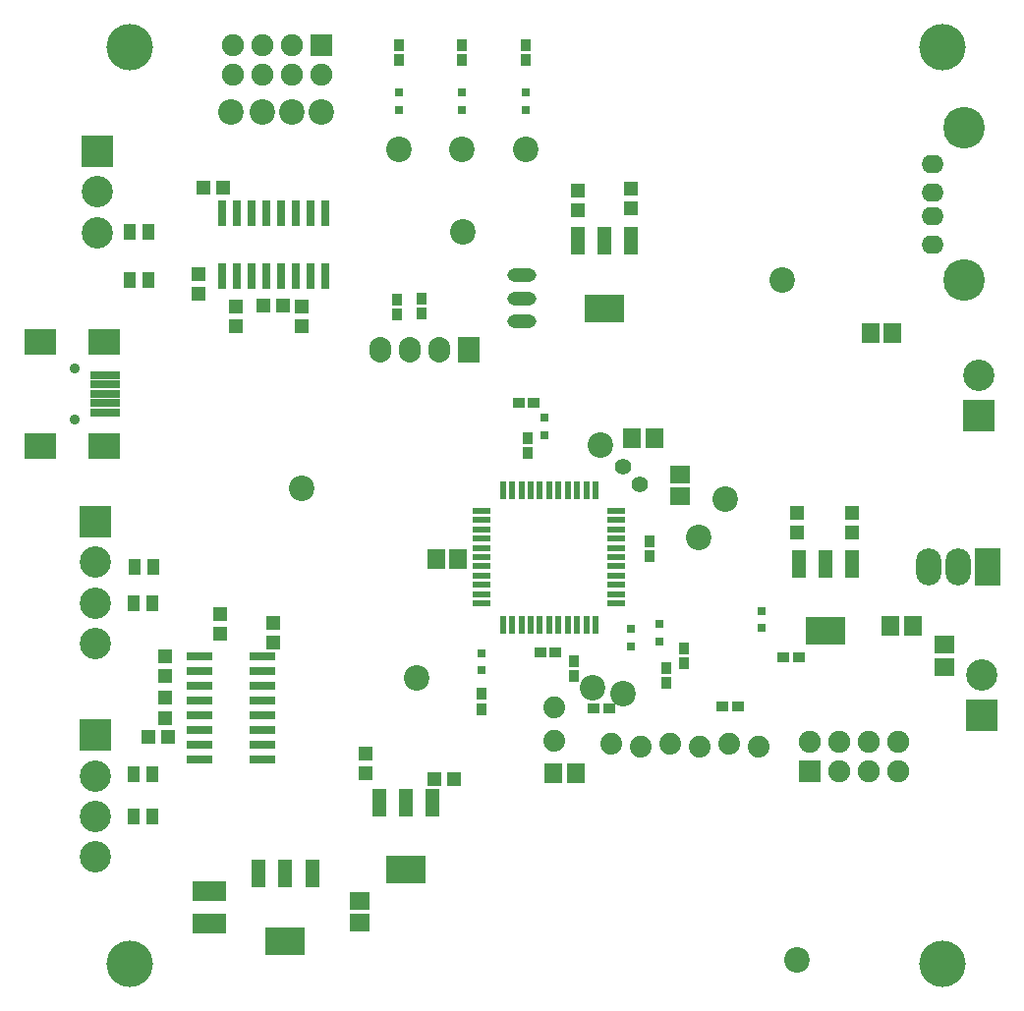
<source format=gts>
G04 DipTrace 3.3.1.3*
G04 Topsidev0.gts*
%MOMM*%
G04 #@! TF.FileFunction,Soldermask,Top*
G04 #@! TF.Part,Single*
%ADD41C,1.8796*%
%ADD47R,0.8X0.8*%
%ADD52R,1.5X0.5*%
%ADD53R,0.5X1.5*%
%ADD61O,2.5X1.2*%
%ADD63O,1.9X1.6*%
%ADD64C,3.586*%
%ADD65C,0.9*%
%ADD66C,4.0*%
%ADD80C,1.4*%
%ADD84O,2.2X3.2*%
%ADD86R,2.2X3.2*%
%ADD88R,3.45X2.35*%
%ADD90R,1.15X2.35*%
%ADD96R,2.2X0.8*%
%ADD98R,0.8X2.2*%
%ADD102R,1.0X1.4*%
%ADD104C,1.9*%
%ADD106R,1.9X1.9*%
%ADD110R,2.7X2.2*%
%ADD112R,2.5X0.7*%
%ADD114R,2.7X2.7*%
%ADD116C,2.7*%
%ADD118R,1.9X2.2*%
%ADD120O,1.9X2.2*%
%ADD122C,2.2*%
%ADD124R,2.9X1.8*%
%ADD126R,1.1X0.9*%
%ADD128R,0.9X1.1*%
%ADD130R,1.7X1.5*%
%ADD132R,1.5X1.7*%
%ADD134R,1.2X1.3*%
%ADD136R,1.3X1.2*%
%FSLAX35Y35*%
G04*
G71*
G90*
G75*
G01*
G04 TopMask*
%LPD*%
D136*
X1333500Y2555873D3*
X1163500D3*
D134*
X2482750Y6267003D3*
Y6097003D3*
X1593750Y6542873D3*
Y6372873D3*
D136*
X2153873Y6272000D3*
X2323873D3*
X1635123Y7286620D3*
X1805123D3*
D134*
X1913873Y6267003D3*
Y6097003D3*
X1301750Y3079750D3*
Y3249750D3*
Y2889250D3*
Y2719250D3*
X2238373Y3540123D3*
Y3370123D3*
D132*
X4651377Y2238373D3*
X4841377D3*
D134*
X1778000Y3444877D3*
Y3614877D3*
D132*
X5518000Y5130000D3*
X5328000D3*
D130*
X5743000Y4625000D3*
Y4815000D3*
D128*
X4429123Y5127627D3*
Y4997627D3*
X5475373Y4240123D3*
Y4110123D3*
D126*
X4540250Y3286123D3*
X4670250D3*
D132*
X3828000Y4090000D3*
X3638000D3*
D130*
X8016873Y3159127D3*
Y3349127D3*
D132*
X7747000Y3508373D3*
X7557000D3*
D136*
X3628000Y2190000D3*
X3798000D3*
D134*
X7223123Y4318000D3*
Y4488000D3*
X6746873Y4318000D3*
Y4488000D3*
X3032123Y2238373D3*
Y2408373D3*
X5318123Y7112000D3*
Y7282000D3*
X4857750Y7096123D3*
Y7266123D3*
D124*
X1682750Y1222377D3*
Y942377D3*
D130*
X2984500Y952500D3*
Y1142500D3*
D122*
X3476623Y3063873D3*
X6746873Y635000D3*
X6619873Y6492873D3*
X2478000Y4700000D3*
X3873500Y6905623D3*
X3863250Y7620003D3*
X4413250D3*
X3323250D3*
X2143500Y7935623D3*
X1873250Y7937500D3*
X2393500Y7935623D3*
X2653500D3*
D120*
X3156000Y5892700D3*
X3410000D3*
X3664000D3*
D118*
X3918000D3*
D116*
X8338000Y3090000D3*
D114*
Y2740000D3*
D116*
X8318000Y5670000D3*
D114*
Y5320000D3*
D116*
X701750Y3360000D3*
Y3710000D3*
Y4060000D3*
D114*
Y4410000D3*
D116*
Y1520000D3*
Y1870000D3*
Y2220000D3*
D114*
Y2570000D3*
D116*
X720000Y6900000D3*
Y7250000D3*
D114*
Y7600000D3*
D112*
X788000Y5670000D3*
Y5590000D3*
Y5510000D3*
Y5430000D3*
Y5350000D3*
D110*
X778000Y5955000D3*
Y5065000D3*
X228000Y5955000D3*
Y5065000D3*
D65*
X528000Y5730000D3*
Y5290000D3*
D41*
X4658000Y2520000D3*
Y2809560D3*
X6418000Y2470000D3*
X6164000Y2495400D3*
X5910000Y2470000D3*
X5656000Y2495400D3*
X5402000Y2470000D3*
X5148000Y2495400D3*
D106*
X2647500Y8518627D3*
D104*
Y8264627D3*
X2393500Y8518627D3*
Y8264627D3*
X2139500Y8518627D3*
Y8264627D3*
X1885500Y8518627D3*
Y8264627D3*
D102*
X1158877Y6905620D3*
X998877Y6904920D3*
X1158877Y6492873D3*
X998877Y6492173D3*
X1198000Y3710000D3*
X1038000Y3709300D3*
X1206500Y4016373D3*
X1046500Y4015673D3*
X1198000Y1870000D3*
X1038000Y1869300D3*
X1198000Y2230000D3*
X1038000Y2229300D3*
D47*
X3323250Y8108833D3*
Y7958833D3*
X3863250Y8108833D3*
Y7958833D3*
X4413250Y8108833D3*
Y7958833D3*
X5318123Y3333750D3*
Y3483750D3*
X5568000Y3380000D3*
Y3530000D3*
X4032250Y3127373D3*
Y3277373D3*
X4572000Y5302250D3*
Y5152250D3*
X6445250Y3492500D3*
Y3642500D3*
D122*
X5905500Y4270373D3*
D126*
X4998000Y2800000D3*
X5128000D3*
D128*
X4828000Y3210000D3*
Y3080000D3*
D126*
X6108000Y2820000D3*
X6238000D3*
D128*
X5778000Y3190000D3*
Y3320000D3*
X5619750Y3016250D3*
Y3146250D3*
X3302000Y6191250D3*
Y6321250D3*
X3518000Y6200000D3*
Y6330000D3*
D126*
X4349750Y5429250D3*
X4479750D3*
D128*
X4032250Y2794000D3*
Y2924000D3*
D126*
X6762750Y3238500D3*
X6632750D3*
D128*
X4413250Y8517667D3*
Y8387667D3*
X3863250Y8517667D3*
Y8387667D3*
X3323250Y8517667D3*
Y8387667D3*
D106*
X6858000Y2254250D3*
D104*
Y2508250D3*
X7112000Y2254250D3*
Y2508250D3*
X7366000Y2254250D3*
Y2508250D3*
X7620000Y2254250D3*
Y2508250D3*
D122*
X4988000Y2980000D3*
X5248000Y2930000D3*
X6128000Y4600000D3*
X5058000Y5070000D3*
D98*
X1793873Y6524627D3*
X1920873D3*
X2047873D3*
X2174873D3*
X2301873D3*
X2428873D3*
X2555873D3*
X2682873D3*
Y7064627D3*
X2555873D3*
X2428873D3*
X2301873D3*
X2174873D3*
X2047873D3*
X1920873D3*
X1793873D3*
D96*
X1603000Y3250000D3*
Y3123000D3*
Y2996000D3*
Y2869000D3*
Y2742000D3*
Y2615000D3*
Y2488000D3*
Y2361000D3*
X2143000D3*
Y2488000D3*
Y2615000D3*
Y2742000D3*
Y2869000D3*
Y2996000D3*
Y3123000D3*
Y3250000D3*
D52*
X4035000Y4504000D3*
Y4424000D3*
Y4344000D3*
Y4264000D3*
Y4184000D3*
Y4104000D3*
Y4024000D3*
Y3944000D3*
Y3864000D3*
Y3784000D3*
Y3704000D3*
D53*
X4215000Y3524000D3*
X4295000D3*
X4375000D3*
X4455000D3*
X4535000D3*
X4615000D3*
X4695000D3*
X4775000D3*
X4855000D3*
X4935000D3*
X5015000D3*
D52*
X5195000Y3704000D3*
Y3784000D3*
Y3864000D3*
Y3944000D3*
Y4024000D3*
Y4104000D3*
Y4184000D3*
Y4264000D3*
Y4344000D3*
Y4424000D3*
Y4504000D3*
D53*
X5015000Y4684000D3*
X4935000D3*
X4855000D3*
X4775000D3*
X4695000D3*
X4615000D3*
X4535000D3*
X4455000D3*
X4375000D3*
X4295000D3*
X4215000D3*
D90*
X2571373Y1373750D3*
X2341373D3*
X2111373D3*
D88*
X2341373Y793750D3*
D86*
X8388000Y4020000D3*
D84*
X8134000D3*
X7880000D3*
D90*
X7223123Y4048123D3*
X6993123D3*
X6763123D3*
D88*
X6993123Y3468123D3*
D90*
X3608000Y1990000D3*
X3378000D3*
X3148000D3*
D88*
X3378000Y1410000D3*
D61*
X4381500Y6334123D3*
Y6134123D3*
Y6534123D3*
D90*
X5318000Y6830000D3*
X5088000D3*
X4858000D3*
D88*
X5088000Y6250000D3*
D80*
X5248000Y4880000D3*
X5396493Y4731507D3*
D63*
X7921623Y6794500D3*
Y7044500D3*
Y7244500D3*
Y7494500D3*
D64*
X8192623Y7801500D3*
Y6487500D3*
D132*
X7572373Y6032500D3*
X7382373D3*
D66*
X1000000Y8500000D3*
Y600000D3*
X8000000Y8500000D3*
Y600000D3*
M02*

</source>
